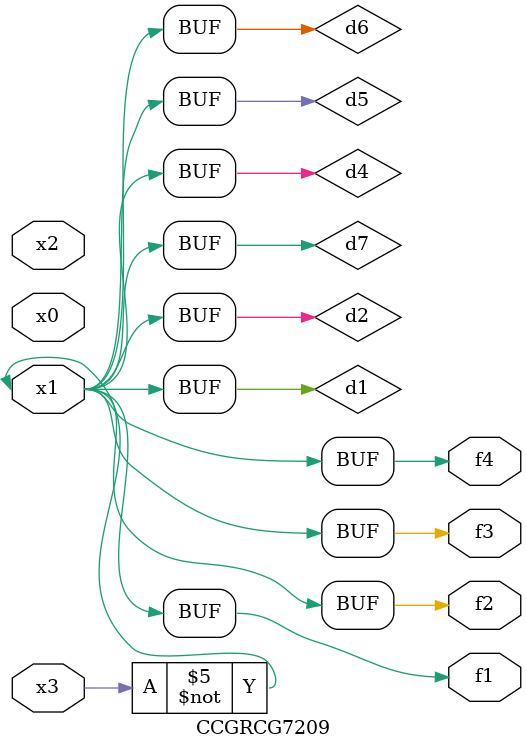
<source format=v>
module CCGRCG7209(
	input x0, x1, x2, x3,
	output f1, f2, f3, f4
);

	wire d1, d2, d3, d4, d5, d6, d7;

	not (d1, x3);
	buf (d2, x1);
	xnor (d3, d1, d2);
	nor (d4, d1);
	buf (d5, d1, d2);
	buf (d6, d4, d5);
	nand (d7, d4);
	assign f1 = d6;
	assign f2 = d7;
	assign f3 = d6;
	assign f4 = d6;
endmodule

</source>
